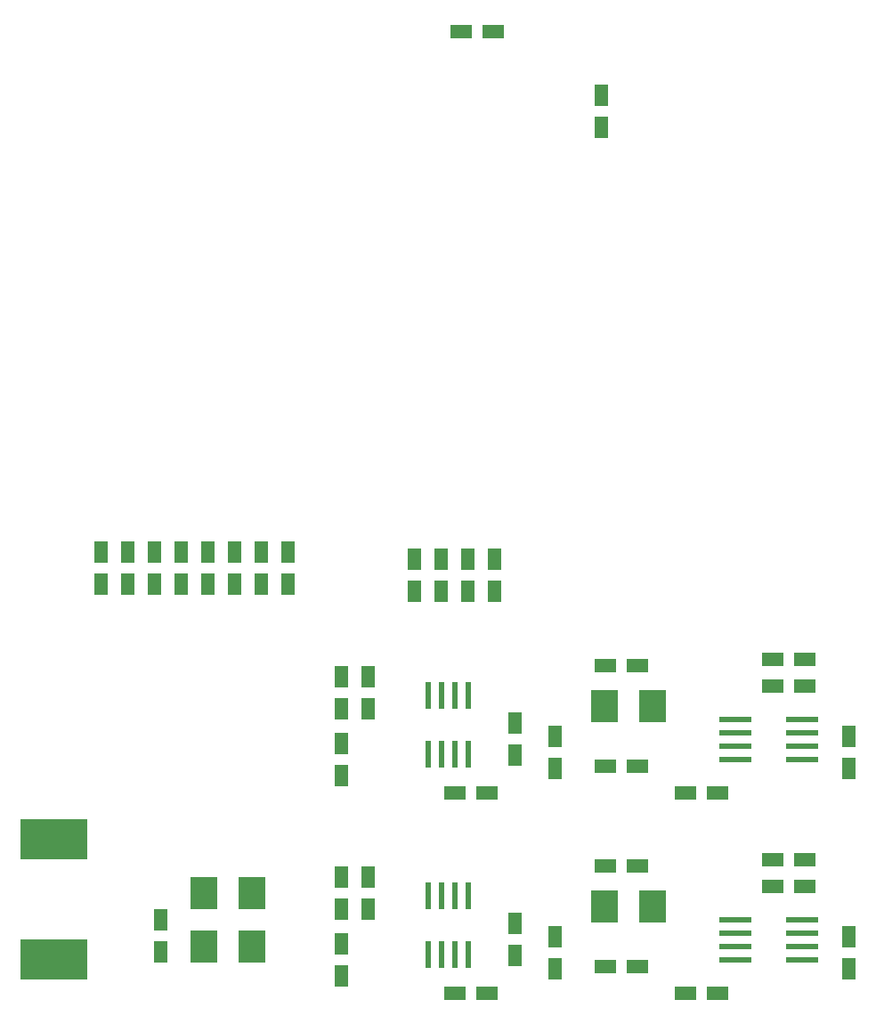
<source format=gbr>
G04 start of page 9 for group -4015 idx -4015 *
G04 Title: (unknown), toppaste *
G04 Creator: pcb 20140316 *
G04 CreationDate: Wed 12 Dec 2018 10:26:37 PM GMT UTC *
G04 For: thomasc *
G04 Format: Gerber/RS-274X *
G04 PCB-Dimensions (mil): 3750.00 5000.00 *
G04 PCB-Coordinate-Origin: lower left *
%MOIN*%
%FSLAX25Y25*%
%LNTOPPASTE*%
%ADD56R,0.1500X0.1500*%
%ADD55R,0.1000X0.1000*%
%ADD54R,0.0200X0.0200*%
%ADD53R,0.0500X0.0500*%
G54D53*X193500Y402500D02*X196500D01*
X205500D02*X208500D01*
X247500Y380000D02*Y377000D01*
Y368000D02*Y365000D01*
X150000Y75500D02*Y72500D01*
Y87500D02*Y84500D01*
X160000Y75500D02*Y72500D01*
Y87500D02*Y84500D01*
X150000Y50500D02*Y47500D01*
Y62500D02*Y59500D01*
G54D54*X182500Y83000D02*Y75000D01*
X197500Y61000D02*Y53000D01*
X192500Y61000D02*Y53000D01*
X182500Y61000D02*Y53000D01*
X187500Y61000D02*Y53000D01*
X197500Y83000D02*Y75000D01*
X192500Y83000D02*Y75000D01*
X187500Y83000D02*Y75000D01*
G54D53*X215000Y58000D02*Y55000D01*
Y70000D02*Y67000D01*
G54D54*X292500Y55000D02*X302500D01*
X292500Y60000D02*X302500D01*
X292500Y65000D02*X302500D01*
X292500Y70000D02*X302500D01*
X317500Y55000D02*X327500D01*
X317500Y60000D02*X327500D01*
X317500Y65000D02*X327500D01*
X317500Y70000D02*X327500D01*
G54D55*X266500Y76000D02*Y74000D01*
X248500Y76000D02*Y74000D01*
G54D53*X247500Y52500D02*X250500D01*
X259500D02*X262500D01*
X247500Y90000D02*X250500D01*
X259500D02*X262500D01*
X310000Y82500D02*X313000D01*
X322000D02*X325000D01*
X310000Y92500D02*X313000D01*
X322000D02*X325000D01*
X340000Y53000D02*Y50000D01*
Y65000D02*Y62000D01*
X277500Y42500D02*X280500D01*
X289500D02*X292500D01*
G54D56*X37500Y100000D02*X47500D01*
X37500Y55000D02*X47500D01*
G54D53*X191000Y42500D02*X194000D01*
X203000D02*X206000D01*
X230000Y53000D02*Y50000D01*
Y65000D02*Y62000D01*
X82500Y71500D02*Y68500D01*
Y59500D02*Y56500D01*
G54D55*X98500Y61000D02*Y59000D01*
X116500Y61000D02*Y59000D01*
X98500Y81000D02*Y79000D01*
X116500Y81000D02*Y79000D01*
G54D53*X150000Y150500D02*Y147500D01*
Y162500D02*Y159500D01*
X160000Y150500D02*Y147500D01*
Y162500D02*Y159500D01*
X150000Y125500D02*Y122500D01*
Y137500D02*Y134500D01*
G54D54*X182500Y158000D02*Y150000D01*
X197500Y136000D02*Y128000D01*
X192500Y136000D02*Y128000D01*
X182500Y136000D02*Y128000D01*
X187500Y136000D02*Y128000D01*
X197500Y158000D02*Y150000D01*
X192500Y158000D02*Y150000D01*
X187500Y158000D02*Y150000D01*
G54D53*X215000Y133000D02*Y130000D01*
Y145000D02*Y142000D01*
G54D54*X292500Y130000D02*X302500D01*
X292500Y135000D02*X302500D01*
X292500Y140000D02*X302500D01*
X292500Y145000D02*X302500D01*
X317500Y130000D02*X327500D01*
X317500Y135000D02*X327500D01*
X317500Y140000D02*X327500D01*
X317500Y145000D02*X327500D01*
G54D55*X266500Y151000D02*Y149000D01*
X248500Y151000D02*Y149000D01*
G54D53*X247500Y127500D02*X250500D01*
X259500D02*X262500D01*
X247500Y165000D02*X250500D01*
X259500D02*X262500D01*
X310000Y157500D02*X313000D01*
X322000D02*X325000D01*
X310000Y167500D02*X313000D01*
X322000D02*X325000D01*
X340000Y128000D02*Y125000D01*
Y140000D02*Y137000D01*
X277500Y117500D02*X280500D01*
X289500D02*X292500D01*
X191000D02*X194000D01*
X203000D02*X206000D01*
X230000Y128000D02*Y125000D01*
Y140000D02*Y137000D01*
X80000Y209000D02*Y206000D01*
Y197000D02*Y194000D01*
X70000Y209000D02*Y206000D01*
Y197000D02*Y194000D01*
X60000Y209000D02*Y206000D01*
Y197000D02*Y194000D01*
X90000Y209000D02*Y206000D01*
Y197000D02*Y194000D01*
X110000Y209000D02*Y206000D01*
Y197000D02*Y194000D01*
X100000Y209000D02*Y206000D01*
Y197000D02*Y194000D01*
X120000Y209000D02*Y206000D01*
Y197000D02*Y194000D01*
X130000Y209000D02*Y206000D01*
Y197000D02*Y194000D01*
X177500Y206500D02*Y203500D01*
Y194500D02*Y191500D01*
X187500Y206500D02*Y203500D01*
Y194500D02*Y191500D01*
X197500Y206500D02*Y203500D01*
Y194500D02*Y191500D01*
X207500Y206500D02*Y203500D01*
Y194500D02*Y191500D01*
M02*

</source>
